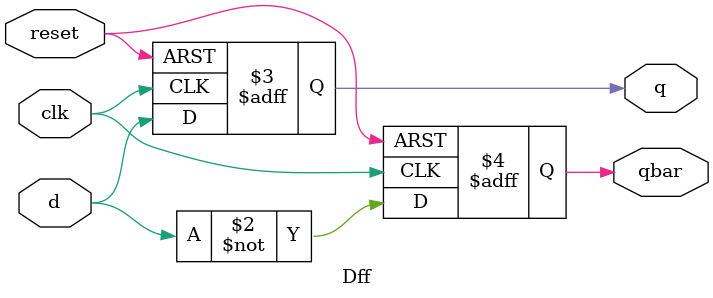
<source format=v>
module Dff(
    input d,clk,reset,
    output reg q,qbar
    );
    
   always@(posedge clk,posedge reset) // asynchronous 
   // always@(posedge clk) //synchronous
    begin
        if(reset)
          begin
            q = 1'b0;
            qbar = 1'b1;
          end
        else
          begin
            q = d;
            qbar = (~d) ;
          end
    end
    
endmodule
</source>
